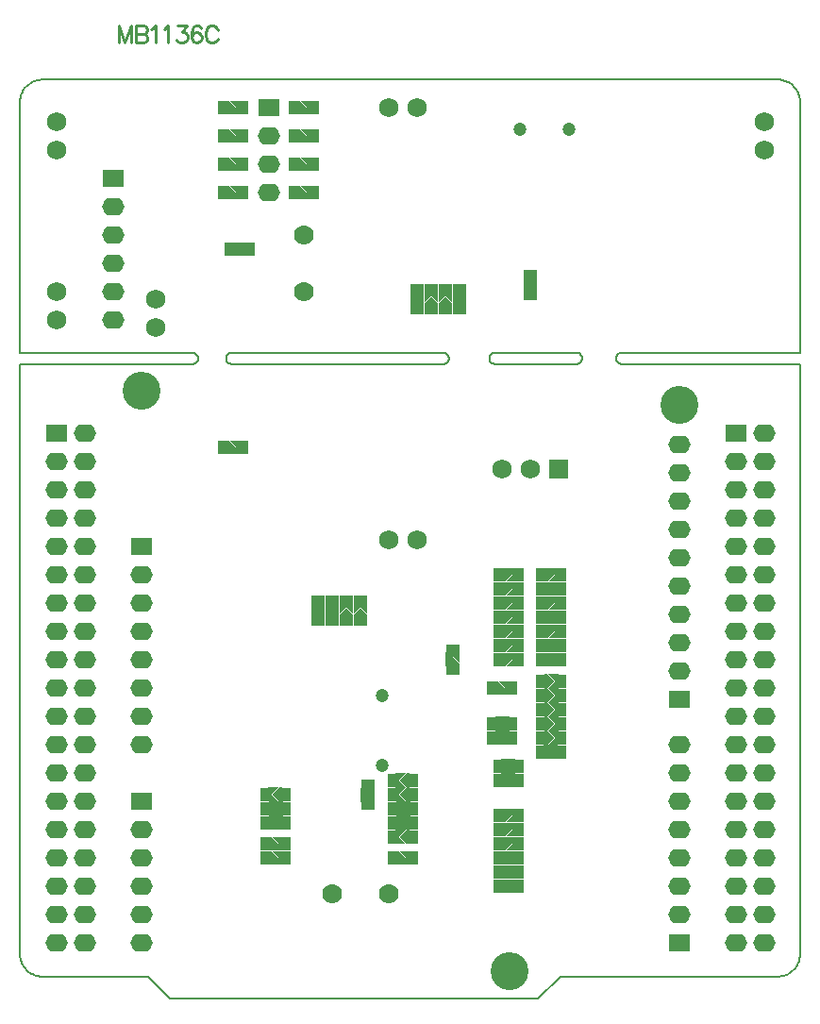
<source format=gbr>
%FSTAX23Y23*%
%MOIN*%
%SFA1B1*%

%IPPOS*%
%ADD40C,0.005000*%
%ADD44C,0.010000*%
%ADD82R,0.048000X0.040000*%
%ADD96O,0.078000X0.063000*%
%ADD97R,0.078000X0.063000*%
%ADD98C,0.068000*%
%ADD99R,0.068000X0.068000*%
%ADD100C,0.047370*%
%ADD101C,0.070000*%
%ADD102C,0.133980*%
%ADD103R,0.040000X0.048000*%
%LNmb1136-1*%
%LPD*%
G36*
X01285Y00725D02*
X01261Y00701D01*
X01251*
Y00749*
X01261*
X01285Y00725*
G37*
G36*
X01473Y00651D02*
X01463D01*
X01439Y00675*
X01463Y00699*
X01473*
Y00651*
G37*
G36*
X01437Y00675D02*
X01461Y00651D01*
X01423*
Y00675*
Y00699*
X01461*
X01437Y00675*
G37*
G36*
X01301Y00725D02*
Y00701D01*
X01263*
X01287Y00725*
X01263Y00749*
X01301*
Y00725*
G37*
G36*
X01285Y00775D02*
X01261Y00751D01*
X01251*
Y00799*
X01261*
X01285Y00775*
G37*
G36*
X01476Y00725D02*
Y00701D01*
X01438*
X01462Y00725*
X01438Y00749*
X01476*
Y00725*
G37*
G36*
X0146D02*
X01436Y00701D01*
X01426*
Y00749*
X01436*
X0146Y00725*
G37*
G36*
X01323Y00601D02*
X01313D01*
X01289Y00625*
X01313Y00649*
X01323*
Y00601*
G37*
G36*
X00912Y00575D02*
X00936Y00551D01*
X00898*
Y00575*
Y00599*
X00936*
X00912Y00575*
G37*
G36*
X00824Y00538D02*
X008Y00514D01*
X00776Y00538*
Y00548*
X00824*
Y00538*
G37*
G36*
Y00498D02*
X00776D01*
Y00536*
X008Y00512*
X00824Y00536*
Y00498*
G37*
G36*
X00948Y00551D02*
X00938D01*
X00914Y00575*
X00938Y00599*
X00948*
Y00551*
G37*
G36*
X01287Y00625D02*
X01311Y00601D01*
X01273*
Y00625*
Y00649*
X01311*
X01287Y00625*
G37*
G36*
X01323Y00551D02*
X01313D01*
X01289Y00575*
X01313Y00599*
X01323*
Y00551*
G37*
G36*
X01287Y00575D02*
X01311Y00551D01*
X01273*
Y00575*
Y00599*
X01311*
X01287Y00575*
G37*
G36*
X01301Y00775D02*
Y00751D01*
X01263*
X01287Y00775*
X01263Y00799*
X01301*
Y00775*
G37*
G36*
X0131Y01D02*
X01286Y00976D01*
X01276*
Y01024*
X01286*
X0131Y01*
G37*
G36*
X01476Y00925D02*
Y00901D01*
X01438*
X01462Y00925*
X01438Y00949*
X01476*
Y00925*
G37*
G36*
X0146D02*
X01436Y00901D01*
X01426*
Y00949*
X01436*
X0146Y00925*
G37*
G36*
X01326Y01D02*
Y00976D01*
X01288*
X01312Y01*
X01288Y01024*
X01326*
Y01*
G37*
G36*
X01124Y00986D02*
Y00976D01*
X01076*
Y00986*
X011Y0101*
X01124Y00986*
G37*
G36*
X01473Y00976D02*
X01463D01*
X01439Y01*
X01463Y01024*
X01473*
Y00976*
G37*
G36*
X01437Y01D02*
X01461Y00976D01*
X01423*
Y01*
Y01024*
X01461*
X01437Y01*
G37*
G36*
X01301Y009D02*
Y00876D01*
X01263*
X01287Y009*
X01263Y00924*
X01301*
Y009*
G37*
G36*
X0146Y00825D02*
X01436Y00801D01*
X01426*
Y00849*
X01436*
X0146Y00825*
G37*
G36*
X01476Y00775D02*
Y00751D01*
X01438*
X01462Y00775*
X01438Y00799*
X01476*
Y00775*
G37*
G36*
X0146D02*
X01436Y00751D01*
X01426*
Y00799*
X01436*
X0146Y00775*
G37*
G36*
X01476Y00825D02*
Y00801D01*
X01438*
X01462Y00825*
X01438Y00849*
X01476*
Y00825*
G37*
G36*
X01285Y009D02*
X01261Y00876D01*
X01251*
Y00924*
X01261*
X01285Y009*
G37*
G36*
X01476Y00875D02*
Y00851D01*
X01438*
X01462Y00875*
X01438Y00899*
X01476*
Y00875*
G37*
G36*
X0146D02*
X01436Y00851D01*
X01426*
Y00899*
X01436*
X0146Y00875*
G37*
G36*
X00948Y00501D02*
X00938D01*
X00914Y00525*
X00938Y00549*
X00948*
Y00501*
G37*
G36*
X00485Y0035D02*
X00461Y00326D01*
X00451*
Y00374*
X00461*
X00485Y0035*
G37*
G36*
X01323Y00276D02*
X01313D01*
X01289Y003*
X01313Y00324*
X01323*
Y00276*
G37*
G36*
X01287Y003D02*
X01311Y00276D01*
X01273*
Y003*
Y00324*
X01311*
X01287Y003*
G37*
G36*
X00501Y0035D02*
Y00326D01*
X00463*
X00487Y0035*
X00463Y00374*
X00501*
Y0035*
G37*
G36*
X00912Y00375D02*
X00936Y00351D01*
X00898*
Y00375*
Y00399*
X00936*
X00912Y00375*
G37*
G36*
X01326Y0035D02*
Y00326D01*
X01288*
X01312Y0035*
X01288Y00374*
X01326*
Y0035*
G37*
G36*
X0131D02*
X01286Y00326D01*
X01276*
Y00374*
X01286*
X0131Y0035*
G37*
G36*
X00951Y003D02*
Y00276D01*
X00913*
X00937Y003*
X00913Y00324*
X00951*
Y003*
G37*
G36*
X01287Y0025D02*
X01311Y00226D01*
X01273*
Y0025*
Y00274*
X01311*
X01287Y0025*
G37*
G36*
X01323Y00176D02*
X01313D01*
X01289Y002*
X01313Y00224*
X01323*
Y00176*
G37*
G36*
X01287Y002D02*
X01311Y00176D01*
X01273*
Y002*
Y00224*
X01311*
X01287Y002*
G37*
G36*
X01323Y00226D02*
X01313D01*
X01289Y0025*
X01313Y00274*
X01323*
Y00226*
G37*
G36*
X00935Y003D02*
X00911Y00276D01*
X00901*
Y00324*
X00911*
X00935Y003*
G37*
G36*
X00501D02*
Y00276D01*
X00463*
X00487Y003*
X00463Y00324*
X00501*
Y003*
G37*
G36*
X00485D02*
X00461Y00276D01*
X00451*
Y00324*
X00461*
X00485Y003*
G37*
G36*
X00948Y00351D02*
X00938D01*
X00914Y00375*
X00938Y00399*
X00948*
Y00351*
G37*
G36*
X00935Y00475D02*
X00911Y00451D01*
X00901*
Y00499*
X00911*
X00935Y00475*
G37*
G36*
X00501D02*
Y00451D01*
X00463*
X00487Y00475*
X00463Y00499*
X00501*
Y00475*
G37*
G36*
X00485D02*
X00461Y00451D01*
X00451*
Y00499*
X00461*
X00485Y00475*
G37*
G36*
X00951D02*
Y00451D01*
X00913*
X00937Y00475*
X00913Y00499*
X00951*
Y00475*
G37*
G36*
X00912Y00525D02*
X00936Y00501D01*
X00898*
Y00525*
Y00549*
X00936*
X00912Y00525*
G37*
G36*
X00498Y00501D02*
X00488D01*
X00464Y00525*
X00488Y00549*
X00498*
Y00501*
G37*
G36*
X00462Y00525D02*
X00486Y00501D01*
X00448*
Y00525*
Y00549*
X00486*
X00462Y00525*
G37*
G36*
X01326Y0045D02*
Y00426D01*
X01288*
X01312Y0045*
X01288Y00474*
X01326*
Y0045*
G37*
G36*
X00485Y00425D02*
X00461Y00401D01*
X00451*
Y00449*
X00461*
X00485Y00425*
G37*
G36*
X01326Y004D02*
Y00376D01*
X01288*
X01312Y004*
X01288Y00424*
X01326*
Y004*
G37*
G36*
X0131D02*
X01286Y00376D01*
X01276*
Y00424*
X01286*
X0131Y004*
G37*
G36*
X00501Y00425D02*
Y00401D01*
X00463*
X00487Y00425*
X00463Y00449*
X00501*
Y00425*
G37*
G36*
X0131Y0045D02*
X01286Y00426D01*
X01276*
Y00474*
X01286*
X0131Y0045*
G37*
G36*
X00951Y00425D02*
Y00401D01*
X00913*
X00937Y00425*
X00913Y00449*
X00951*
Y00425*
G37*
G36*
X00935D02*
X00911Y00401D01*
X00901*
Y00449*
X00911*
X00935Y00425*
G37*
G36*
X01149Y02288D02*
X01125Y02264D01*
X01101Y02288*
Y02298*
X01149*
Y02288*
G37*
G36*
X00999D02*
X00975Y02264D01*
X00951Y02288*
Y02298*
X00999*
Y02288*
G37*
G36*
X01099Y02263D02*
X01075Y02287D01*
X01051Y02263*
Y02301*
X01099*
Y02263*
G37*
G36*
X01399Y02298D02*
X01351D01*
Y02336*
X01375Y02312*
X01399Y02336*
Y02298*
G37*
G36*
X00373Y02426D02*
X00363D01*
X00339Y0245*
X00363Y02474*
X00373*
Y02426*
G37*
G36*
X00337Y0245D02*
X00361Y02426D01*
X00323*
Y0245*
Y02474*
X00361*
X00337Y0245*
G37*
G36*
X01399Y02338D02*
X01375Y02314D01*
X01351Y02338*
Y02348*
X01399*
Y02338*
G37*
G36*
X01049Y02263D02*
X01025Y02287D01*
X01001Y02263*
Y02301*
X01049*
Y02263*
G37*
G36*
X00351Y0175D02*
Y01726D01*
X00313*
X00337Y0175*
X00313Y01774*
X00351*
Y0175*
G37*
G36*
X00335D02*
X00311Y01726D01*
X00301*
Y01774*
X00311*
X00335Y0175*
G37*
G36*
X01476Y013D02*
Y01276D01*
X01438*
X01462Y013*
X01438Y01324*
X01476*
Y013*
G37*
G36*
X01049Y02261D02*
Y02251D01*
X01001*
Y02261*
X01025Y02285*
X01049Y02261*
G37*
G36*
X01149Y02248D02*
X01101D01*
Y02286*
X01125Y02262*
X01149Y02286*
Y02248*
G37*
G36*
X00999D02*
X00951D01*
Y02286*
X00975Y02262*
X00999Y02286*
Y02248*
G37*
G36*
X01099Y02261D02*
Y02251D01*
X01051*
Y02261*
X01075Y02285*
X01099Y02261*
G37*
G36*
X00335Y0265D02*
X00311Y02626D01*
X00301*
Y02674*
X00311*
X00335Y0265*
G37*
G36*
X00601Y0285D02*
Y02826D01*
X00563*
X00587Y0285*
X00563Y02874*
X00601*
Y0285*
G37*
G36*
X00585D02*
X00561Y02826D01*
X00551*
Y02874*
X00561*
X00585Y0285*
G37*
G36*
X00351D02*
Y02826D01*
X00313*
X00337Y0285*
X00313Y02874*
X00351*
Y0285*
G37*
G36*
X00335Y0295D02*
X00311Y02926D01*
X00301*
Y02974*
X00311*
X00335Y0295*
G37*
G36*
X00601D02*
Y02926D01*
X00563*
X00587Y0295*
X00563Y02974*
X00601*
Y0295*
G37*
G36*
X00585D02*
X00561Y02926D01*
X00551*
Y02974*
X00561*
X00585Y0295*
G37*
G36*
X00351D02*
Y02926D01*
X00313*
X00337Y0295*
X00313Y02974*
X00351*
Y0295*
G37*
G36*
X00335Y0285D02*
X00311Y02826D01*
X00301*
Y02874*
X00311*
X00335Y0285*
G37*
G36*
X00601Y0265D02*
Y02626D01*
X00563*
X00587Y0265*
X00563Y02674*
X00601*
Y0265*
G37*
G36*
X00585D02*
X00561Y02626D01*
X00551*
Y02674*
X00561*
X00585Y0265*
G37*
G36*
X00351D02*
Y02626D01*
X00313*
X00337Y0265*
X00313Y02674*
X00351*
Y0265*
G37*
G36*
X00335Y0275D02*
X00311Y02726D01*
X00301*
Y02774*
X00311*
X00335Y0275*
G37*
G36*
X00601D02*
Y02726D01*
X00563*
X00587Y0275*
X00563Y02774*
X00601*
Y0275*
G37*
G36*
X00585D02*
X00561Y02726D01*
X00551*
Y02774*
X00561*
X00585Y0275*
G37*
G36*
X00351D02*
Y02726D01*
X00313*
X00337Y0275*
X00313Y02774*
X00351*
Y0275*
G37*
G36*
X0146Y013D02*
X01436Y01276D01*
X01426*
Y01324*
X01436*
X0146Y013*
G37*
G36*
X01326Y0115D02*
Y01126D01*
X01288*
X01312Y0115*
X01288Y01174*
X01326*
Y0115*
G37*
G36*
X0131D02*
X01286Y01126D01*
X01276*
Y01174*
X01286*
X0131Y0115*
G37*
G36*
X01476Y011D02*
Y01076D01*
X01438*
X01462Y011*
X01438Y01124*
X01476*
Y011*
G37*
G36*
X01437Y0115D02*
X01461Y01126D01*
X01423*
Y0115*
Y01174*
X01461*
X01437Y0115*
G37*
G36*
X00799Y01161D02*
Y01151D01*
X00751*
Y01161*
X00775Y01185*
X00799Y01161*
G37*
G36*
X00749D02*
Y01151D01*
X00701*
Y01161*
X00725Y01185*
X00749Y01161*
G37*
G36*
X01473Y01126D02*
X01463D01*
X01439Y0115*
X01463Y01174*
X01473*
Y01126*
G37*
G36*
X0146Y011D02*
X01436Y01076D01*
X01426*
Y01124*
X01436*
X0146Y011*
G37*
G36*
X01326Y0105D02*
Y01026D01*
X01288*
X01312Y0105*
X01288Y01074*
X01326*
Y0105*
G37*
G36*
X0131D02*
X01286Y01026D01*
X01276*
Y01074*
X01286*
X0131Y0105*
G37*
G36*
X01124Y00988D02*
X011Y01012D01*
X01076Y00988*
Y01026*
X01124*
Y00988*
G37*
G36*
X01437Y0105D02*
X01461Y01026D01*
X01423*
Y0105*
Y01074*
X01461*
X01437Y0105*
G37*
G36*
X01326Y011D02*
Y01076D01*
X01288*
X01312Y011*
X01288Y01124*
X01326*
Y011*
G37*
G36*
X0131D02*
X01286Y01076D01*
X01276*
Y01124*
X01286*
X0131Y011*
G37*
G36*
X01473Y01026D02*
X01463D01*
X01439Y0105*
X01463Y01074*
X01473*
Y01026*
G37*
G36*
X00649Y01148D02*
X00601D01*
Y01186*
X00625Y01162*
X00649Y01186*
Y01148*
G37*
G36*
X01326Y0125D02*
Y01226D01*
X01288*
X01312Y0125*
X01288Y01274*
X01326*
Y0125*
G37*
G36*
X0131D02*
X01286Y01226D01*
X01276*
Y01274*
X01286*
X0131Y0125*
G37*
G36*
X01476Y012D02*
Y01176D01*
X01438*
X01462Y012*
X01438Y01224*
X01476*
Y012*
G37*
G36*
X01437Y0125D02*
X01461Y01226D01*
X01423*
Y0125*
Y01274*
X01461*
X01437Y0125*
G37*
G36*
X01326Y013D02*
Y01276D01*
X01288*
X01312Y013*
X01288Y01324*
X01326*
Y013*
G37*
G36*
X0131D02*
X01286Y01276D01*
X01276*
Y01324*
X01286*
X0131Y013*
G37*
G36*
X01473Y01226D02*
X01463D01*
X01439Y0125*
X01463Y01274*
X01473*
Y01226*
G37*
G36*
X0146Y012D02*
X01436Y01176D01*
X01426*
Y01224*
X01436*
X0146Y012*
G37*
G36*
X00799Y01163D02*
X00775Y01187D01*
X00751Y01163*
Y01201*
X00799*
Y01163*
G37*
G36*
X00749D02*
X00725Y01187D01*
X00701Y01163*
Y01201*
X00749*
Y01163*
G37*
G36*
X00699Y01148D02*
X00651D01*
Y01186*
X00675Y01162*
X00699Y01186*
Y01148*
G37*
G36*
X00649Y01188D02*
X00625Y01164D01*
X00601Y01188*
Y01198*
X00649*
Y01188*
G37*
G36*
X01326Y012D02*
Y01176D01*
X01288*
X01312Y012*
X01288Y01224*
X01326*
Y012*
G37*
G36*
X0131D02*
X01286Y01176D01*
X01276*
Y01224*
X01286*
X0131Y012*
G37*
G36*
X00699Y01188D02*
X00675Y01164D01*
X00651Y01188*
Y01198*
X00699*
Y01188*
G37*
G54D40*
X0032Y02085D02*
D01*
X00318Y02084*
X00317Y02084*
X00315Y02084*
X00314Y02084*
X00313Y02083*
X00312Y02083*
X0031Y02082*
X00309Y02082*
X00308Y02081*
X00307Y0208*
X00306Y02079*
X00305Y02078*
X00304Y02077*
X00303Y02076*
X00303Y02075*
X00302Y02073*
X00301Y02072*
X00301Y02071*
X003Y0207*
X003Y02068*
X003Y02067*
X003Y02066*
Y02064*
X003Y02063*
X003Y02061*
X003Y0206*
X00301Y02059*
X00301Y02057*
X00302Y02056*
X00303Y02055*
X00303Y02054*
X00304Y02053*
X00305Y02052*
X00306Y02051*
X00307Y0205*
X00308Y02049*
X00309Y02048*
X0031Y02047*
X00312Y02047*
X00313Y02046*
X00314Y02046*
X00315Y02046*
X00317Y02045*
X00318Y02045*
X0032Y02045*
X0125Y02085D02*
D01*
X01248Y02084*
X01247Y02084*
X01245Y02084*
X01244Y02084*
X01243Y02083*
X01241Y02083*
X0124Y02082*
X01239Y02082*
X01238Y02081*
X01237Y0208*
X01236Y02079*
X01235Y02078*
X01234Y02077*
X01233Y02076*
X01232Y02075*
X01232Y02073*
X01231Y02072*
X01231Y02071*
X0123Y0207*
X0123Y02068*
X0123Y02067*
X0123Y02066*
Y02064*
X0123Y02063*
X0123Y02061*
X0123Y0206*
X01231Y02059*
X01231Y02057*
X01232Y02056*
X01232Y02055*
X01233Y02054*
X01234Y02053*
X01235Y02052*
X01236Y02051*
X01237Y0205*
X01238Y02049*
X01239Y02048*
X0124Y02047*
X01241Y02047*
X01243Y02046*
X01244Y02046*
X01245Y02046*
X01247Y02045*
X01248Y02045*
X0125Y02045*
X01538D02*
D01*
X01539Y02045*
X01541Y02045*
X01542Y02046*
X01544Y02046*
X01545Y02046*
X01546Y02047*
X01547Y02047*
X01549Y02048*
X0155Y02049*
X01551Y0205*
X01552Y02051*
X01553Y02052*
X01554Y02053*
X01554Y02054*
X01555Y02055*
X01556Y02056*
X01556Y02057*
X01557Y02059*
X01557Y0206*
X01557Y02061*
X01558Y02063*
X01558Y02064*
Y02066*
X01558Y02067*
X01557Y02068*
X01557Y0207*
X01557Y02071*
X01556Y02072*
X01556Y02073*
X01555Y02075*
X01554Y02076*
X01554Y02077*
X01553Y02078*
X01552Y02079*
X01551Y0208*
X0155Y02081*
X01549Y02082*
X01547Y02082*
X01546Y02083*
X01545Y02083*
X01544Y02084*
X01542Y02084*
X01541Y02084*
X01539Y02085*
X01538Y02085*
X01698D02*
D01*
X01696Y02084*
X01695Y02084*
X01693Y02084*
X01692Y02084*
X01691Y02083*
X0169Y02083*
X01688Y02082*
X01687Y02082*
X01686Y02081*
X01685Y0208*
X01684Y02079*
X01683Y02078*
X01682Y02077*
X01681Y02076*
X0168Y02075*
X0168Y02073*
X01679Y02072*
X01679Y02071*
X01678Y0207*
X01678Y02068*
X01678Y02067*
X01678Y02066*
Y02064*
X01678Y02063*
X01678Y02061*
X01678Y0206*
X01679Y02059*
X01679Y02057*
X0168Y02056*
X0168Y02055*
X01681Y02054*
X01682Y02053*
X01683Y02052*
X01684Y02051*
X01685Y0205*
X01686Y02049*
X01687Y02048*
X01688Y02047*
X0169Y02047*
X01691Y02046*
X01692Y02046*
X01693Y02046*
X01695Y02045*
X01696Y02045*
X01698Y02045*
X00182D02*
D01*
X00183Y02045*
X00185Y02045*
X00186Y02046*
X00187Y02046*
X00189Y02046*
X0019Y02047*
X00191Y02047*
X00192Y02048*
X00193Y02049*
X00194Y0205*
X00195Y02051*
X00196Y02052*
X00197Y02053*
X00198Y02054*
X00199Y02055*
X00199Y02056*
X002Y02057*
X00201Y02059*
X00201Y0206*
X00201Y02061*
X00201Y02063*
X00201Y02064*
Y02066*
X00201Y02067*
X00201Y02068*
X00201Y0207*
X00201Y02071*
X002Y02072*
X00199Y02073*
X00199Y02075*
X00198Y02076*
X00197Y02077*
X00196Y02078*
X00195Y02079*
X00194Y0208*
X00193Y02081*
X00192Y02082*
X00191Y02082*
X0019Y02083*
X00189Y02083*
X00187Y02084*
X00186Y02084*
X00185Y02084*
X00183Y02085*
X00182Y02085*
X01068Y02045D02*
D01*
X01069Y02045*
X0107Y02045*
X01072Y02046*
X01073Y02046*
X01074Y02046*
X01076Y02047*
X01077Y02047*
X01078Y02048*
X01079Y02049*
X0108Y0205*
X01081Y02051*
X01082Y02052*
X01083Y02053*
X01084Y02054*
X01085Y02055*
X01085Y02056*
X01086Y02057*
X01086Y02059*
X01087Y0206*
X01087Y02061*
X01087Y02063*
X01087Y02064*
Y02066*
X01087Y02067*
X01087Y02068*
X01087Y0207*
X01086Y02071*
X01086Y02072*
X01085Y02073*
X01085Y02075*
X01084Y02076*
X01083Y02077*
X01082Y02078*
X01081Y02079*
X0108Y0208*
X01079Y02081*
X01078Y02082*
X01077Y02082*
X01076Y02083*
X01074Y02083*
X01073Y02084*
X01072Y02084*
X0107Y02084*
X01069Y02085*
X01068Y02085*
X-00349Y03049D02*
D01*
X-00354Y03049*
X-0036Y03048*
X-00365Y03047*
X-0037Y03046*
X-00376Y03044*
X-00381Y03042*
X-00386Y0304*
X-0039Y03037*
X-00395Y03034*
X-00399Y03031*
X-00403Y03027*
X-00407Y03023*
X-00411Y03019*
X-00414Y03014*
X-00417Y0301*
X-00419Y03005*
X-00422Y03*
X-00424Y02995*
X-00425Y02989*
X-00426Y02984*
X-00427Y02979*
X-00427Y02973*
X-00427Y0297*
Y-0004D02*
D01*
X-00427Y-00046*
X-00427Y-00051*
X-00426Y-00057*
X-00424Y-00062*
X-00423Y-00067*
X-00421Y-00072*
X-00418Y-00077*
X-00415Y-00082*
X-00412Y-00087*
X-00409Y-00091*
X-00405Y-00095*
X-00401Y-00099*
X-00397Y-00102*
X-00393Y-00106*
X-00388Y-00109*
X-00383Y-00111*
X-00378Y-00113*
X-00373Y-00115*
X-00368Y-00117*
X-00362Y-00118*
X-00357Y-00119*
X-00351Y-00119*
X-00349Y-00119*
X02327Y0297D02*
D01*
X02327Y02976*
X02327Y02981*
X02326Y02987*
X02324Y02992*
X02323Y02997*
X02321Y03002*
X02318Y03007*
X02315Y03012*
X02312Y03017*
X02309Y03021*
X02305Y03025*
X02301Y03029*
X02297Y03032*
X02293Y03036*
X02288Y03039*
X02283Y03041*
X02278Y03043*
X02273Y03045*
X02268Y03047*
X02262Y03048*
X02257Y03049*
X02251Y03049*
X02249Y03049*
Y-00119D02*
D01*
X02254Y-00119*
X0226Y-00118*
X02265Y-00117*
X0227Y-00116*
X02276Y-00114*
X02281Y-00112*
X02286Y-0011*
X0229Y-00107*
X02295Y-00104*
X02299Y-00101*
X02303Y-00097*
X02307Y-00093*
X02311Y-00089*
X02314Y-00084*
X02317Y-0008*
X02319Y-00075*
X02322Y-0007*
X02324Y-00065*
X02325Y-00059*
X02326Y-00054*
X02327Y-00049*
X02327Y-00043*
X02327Y-0004*
X01402Y-00198D02*
X01481Y-00119D01*
X01402Y-00198D02*
D01*
X00103D02*
X01402D01*
X00024Y-00119D02*
X00103Y-00198D01*
X00019Y-00119D02*
X00024D01*
X0148D02*
X02249D01*
X0125Y02045D02*
X01538D01*
X0125Y02085D02*
X01538D01*
X-00349Y03049D02*
X02249D01*
X-00349Y-00119D02*
X00019D01*
X-00427Y02085D02*
X00182D01*
X-00427Y02045D02*
X00182D01*
X0032D02*
X01068D01*
X0032Y02085D02*
X01068D01*
X01698Y02045D02*
X02327D01*
X01698Y02085D02*
X02327D01*
X-00427Y-0004D02*
Y02045D01*
Y02085D02*
Y0297D01*
X02327Y-0004D02*
Y02045D01*
Y02085D02*
Y0297D01*
G54D44*
X-0008Y03239D02*
Y0318D01*
Y03239D02*
X-00057Y0318D01*
X-00034Y03239D02*
X-00057Y0318D01*
X-00034Y03239D02*
Y0318D01*
X-00017Y03239D02*
Y0318D01*
Y03239D02*
X00008D01*
X00017Y03237*
X00019Y03234*
X00022Y03228*
Y03222*
X00019Y03217*
X00017Y03214*
X00008Y03211*
X-00017D02*
X00008D01*
X00017Y03208*
X00019Y03205*
X00022Y032*
Y03191*
X00019Y03185*
X00017Y03182*
X00008Y0318*
X-00017*
X00036Y03228D02*
X00041Y03231D01*
X0005Y03239*
Y0318*
X0008Y03228D02*
X00085Y03231D01*
X00094Y03239*
Y0318*
X00129Y03239D02*
X00161D01*
X00144Y03217*
X00152*
X00158Y03214*
X00161Y03211*
X00164Y03202*
Y03197*
X00161Y03188*
X00155Y03182*
X00147Y0318*
X00138*
X00129Y03182*
X00127Y03185*
X00124Y03191*
X00211Y03231D02*
X00209Y03237D01*
X002Y03239*
X00194*
X00186Y03237*
X0018Y03228*
X00177Y03214*
Y032*
X0018Y03188*
X00186Y03182*
X00194Y0318*
X00197*
X00206Y03182*
X00211Y03188*
X00214Y03197*
Y032*
X00211Y03208*
X00206Y03214*
X00197Y03217*
X00194*
X00186Y03214*
X0018Y03208*
X00177Y032*
X0027Y03225D02*
X00267Y03231D01*
X00262Y03237*
X00256Y03239*
X00245*
X00239Y03237*
X00233Y03231*
X0023Y03225*
X00227Y03217*
Y03202*
X0023Y03194*
X00233Y03188*
X00239Y03182*
X00245Y0318*
X00256*
X00262Y03182*
X00267Y03188*
X0027Y03194*
G54D82*
X01375Y02291D03*
Y02358D03*
X00725Y01141D03*
Y01208D03*
X00775Y01141D03*
Y01208D03*
X00675D03*
Y01141D03*
X00625Y01208D03*
Y01141D03*
X008Y00491D03*
Y00558D03*
X01075Y02241D03*
Y02308D03*
X01025Y02241D03*
Y02308D03*
X01125D03*
Y02241D03*
X00975D03*
Y02308D03*
X011Y00966D03*
Y01033D03*
G54D96*
X0045Y0265D03*
Y0275D03*
Y0285D03*
X-001Y025D03*
Y023D03*
Y026D03*
Y024D03*
Y022D03*
X0Y0D03*
Y002D03*
Y001D03*
Y004D03*
Y003D03*
Y012D03*
Y007D03*
Y008D03*
Y009D03*
Y01D03*
Y013D03*
Y011D03*
X019Y003D03*
Y001D03*
Y004D03*
Y005D03*
Y006D03*
Y007D03*
Y002D03*
Y0096D03*
Y0106D03*
Y0116D03*
Y0126D03*
Y0156D03*
Y0136D03*
Y0176D03*
Y0166D03*
Y0146D03*
X-002Y018D03*
Y006D03*
Y007D03*
Y008D03*
Y01D03*
Y011D03*
Y012D03*
Y013D03*
Y014D03*
Y015D03*
Y002D03*
Y0D03*
Y001D03*
Y016D03*
Y017D03*
Y005D03*
Y003D03*
Y004D03*
Y009D03*
X-003D03*
Y004D03*
Y003D03*
Y005D03*
Y017D03*
Y016D03*
Y001D03*
Y0D03*
Y002D03*
Y015D03*
Y014D03*
Y013D03*
Y012D03*
Y011D03*
Y01D03*
Y008D03*
Y007D03*
Y006D03*
X021D03*
Y007D03*
Y008D03*
Y01D03*
Y011D03*
Y012D03*
Y013D03*
Y014D03*
Y015D03*
Y002D03*
Y0D03*
Y001D03*
Y016D03*
Y017D03*
Y005D03*
Y003D03*
Y004D03*
Y009D03*
X022D03*
Y004D03*
Y003D03*
Y005D03*
Y017D03*
Y016D03*
Y001D03*
Y0D03*
Y002D03*
Y015D03*
Y014D03*
Y013D03*
Y012D03*
Y011D03*
Y01D03*
Y008D03*
Y007D03*
Y006D03*
Y018D03*
G54D97*
X0045Y0295D03*
X-001Y027D03*
X0Y005D03*
Y014D03*
X019Y0D03*
Y0086D03*
X-003Y018D03*
X021D03*
G54D98*
X01275Y01675D03*
X01375D03*
X-003Y029D03*
Y028D03*
Y023D03*
Y022D03*
X022Y028D03*
Y029D03*
X0005Y02275D03*
Y02175D03*
X00975Y0295D03*
X00875D03*
X00975Y01425D03*
X00875D03*
G54D99*
X01475Y01675D03*
G54D100*
X01338Y02875D03*
X01511D03*
X0085Y00627D03*
Y00872D03*
G54D101*
X00875Y00175D03*
X00675D03*
X00575Y02499D03*
Y02299D03*
G54D102*
X019Y019D03*
X013Y-001D03*
X0Y0195D03*
G54D103*
X01308Y00775D03*
X01241D03*
X01308Y00725D03*
X01241D03*
X01416Y00825D03*
X01483D03*
X01416Y011D03*
X01483D03*
Y0125D03*
X01416D03*
Y00875D03*
X01483D03*
Y00675D03*
X01416D03*
X01483Y0115D03*
X01416D03*
Y00775D03*
X01483D03*
Y01D03*
X01416D03*
Y00925D03*
X01483D03*
Y0105D03*
X01416D03*
Y00725D03*
X01483D03*
X01416Y012D03*
X01483D03*
X00891Y00575D03*
X00958D03*
Y00475D03*
X00891D03*
Y00525D03*
X00958D03*
Y00425D03*
X00891D03*
X00441Y00525D03*
X00508D03*
Y003D03*
X00441D03*
X00508Y0035D03*
X00441D03*
X00508Y00425D03*
X00441D03*
X00508Y00475D03*
X00441D03*
X01266Y0045D03*
X01333D03*
X01266Y004D03*
X01333D03*
X01266Y0035D03*
X01333D03*
X01241Y009D03*
X01308D03*
X01266Y013D03*
X01333D03*
X01266Y0125D03*
X01333D03*
X01266Y012D03*
X01333D03*
X01266Y0115D03*
X01333D03*
X01266Y011D03*
X01333D03*
X00291Y0175D03*
X00358D03*
X01266Y0105D03*
X01333D03*
X01266Y01D03*
X01333D03*
Y0025D03*
X01266D03*
X01333Y003D03*
X01266D03*
X01333Y002D03*
X01266D03*
X00316Y0245D03*
X00383D03*
X00541Y0265D03*
X00608D03*
X00291D03*
X00358D03*
X00608Y0275D03*
X00541D03*
X00291D03*
X00358D03*
X00608Y0285D03*
X00541D03*
X00291D03*
X00358D03*
X00608Y0295D03*
X00541D03*
X00291D03*
X00358D03*
X01333Y00625D03*
X01266D03*
X01333Y00575D03*
X01266D03*
X01416Y013D03*
X01483D03*
X00958Y00375D03*
X00891D03*
Y003D03*
X00958D03*
M02*
</source>
